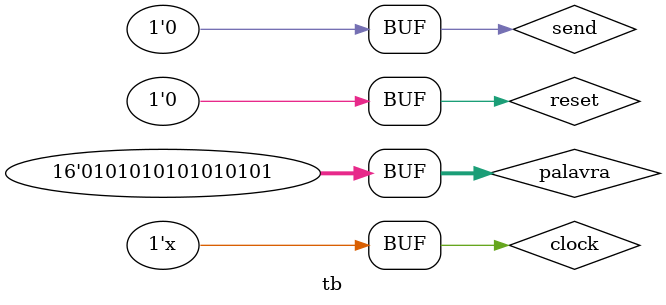
<source format=sv>
`timescale 1 ns/10 ps  // time-unit = 1 ns, precision = 10 ps

module tb;

    // Signals
    logic clock = 0;
    logic busy, linha, reset, send;
    logic [15:0] palavra;

    // Instantiate the Device Under Test (DUT)
    tx DUT (
        .clock(clock),
        .reset(reset),
        .send(send),
        .palavra(palavra),
        .busy(busy),
        .linha(linha)
    );

    // Clock generation
    always begin
        #5 clock = ~clock;  // Toggle clock every 5 ns
    end

    // Stimulus generation
    initial begin
        reset = 1;
        palavra = 16'hABCD;
        send = 0;

        #3 reset = 0;  // Reset active for 3 ns

        send = 1;
        #15  send = 0;
        #220 palavra = 16'h5555;
        send = 1;
        #15  send = 0;
    end

endmodule

</source>
